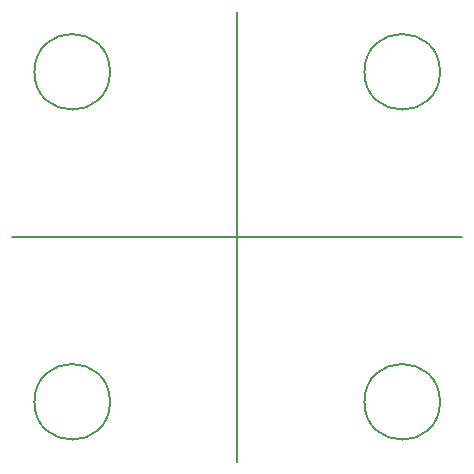
<source format=gbr>
%TF.GenerationSoftware,KiCad,Pcbnew,7.0.7*%
%TF.CreationDate,2024-01-02T00:34:10-08:00*%
%TF.ProjectId,base_connector,62617365-5f63-46f6-9e6e-6563746f722e,rev?*%
%TF.SameCoordinates,Original*%
%TF.FileFunction,Other,Comment*%
%FSLAX46Y46*%
G04 Gerber Fmt 4.6, Leading zero omitted, Abs format (unit mm)*
G04 Created by KiCad (PCBNEW 7.0.7) date 2024-01-02 00:34:10*
%MOMM*%
%LPD*%
G01*
G04 APERTURE LIST*
%ADD10C,0.150000*%
G04 APERTURE END LIST*
D10*
X171450000Y-106680000D02*
X133350000Y-106680000D01*
X152400000Y-87630000D02*
X152400000Y-125730000D01*
%TO.C,H2*%
X141630000Y-92710000D02*
G75*
G03*
X141630000Y-92710000I-3200000J0D01*
G01*
%TO.C,H1*%
X169570000Y-92710000D02*
G75*
G03*
X169570000Y-92710000I-3200000J0D01*
G01*
%TO.C,H4*%
X141630000Y-120650000D02*
G75*
G03*
X141630000Y-120650000I-3200000J0D01*
G01*
%TO.C,H3*%
X169570000Y-120650000D02*
G75*
G03*
X169570000Y-120650000I-3200000J0D01*
G01*
%TD*%
M02*

</source>
